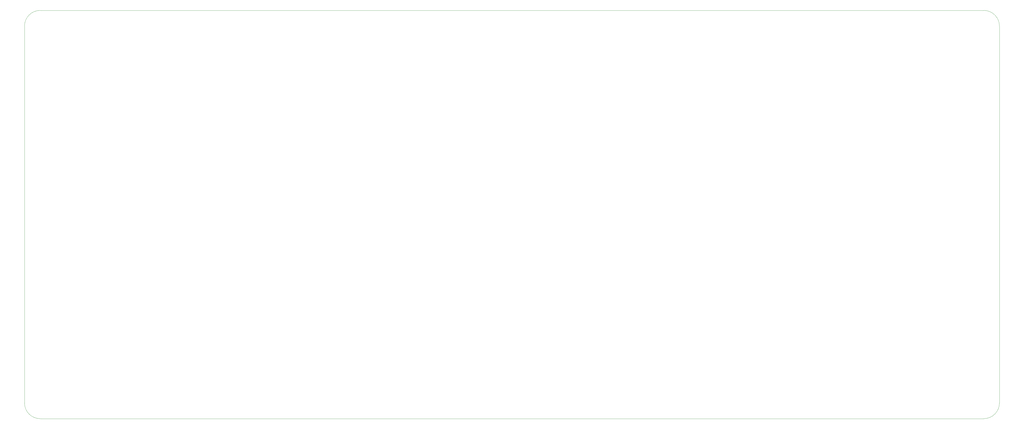
<source format=gbr>
%TF.GenerationSoftware,KiCad,Pcbnew,7.0.7*%
%TF.CreationDate,2024-11-29T17:58:44-06:00*%
%TF.ProjectId,updated_LOAF,75706461-7465-4645-9f4c-4f41462e6b69,rev?*%
%TF.SameCoordinates,PX2faf080PYee6b280*%
%TF.FileFunction,Profile,NP*%
%FSLAX46Y46*%
G04 Gerber Fmt 4.6, Leading zero omitted, Abs format (unit mm)*
G04 Created by KiCad (PCBNEW 7.0.7) date 2024-11-29 17:58:44*
%MOMM*%
%LPD*%
G01*
G04 APERTURE LIST*
%TA.AperFunction,Profile*%
%ADD10C,0.100000*%
%TD*%
G04 APERTURE END LIST*
D10*
X356400000Y40450000D02*
X356400000Y192850000D01*
X350050000Y199200000D02*
X-30950000Y199200000D01*
X-37300000Y40450000D02*
G75*
G03*
X-30950000Y34100000I6350000J0D01*
G01*
X-37300000Y192850000D02*
X-37300000Y40450000D01*
X350050000Y34100000D02*
G75*
G03*
X356400000Y40450000I0J6350000D01*
G01*
X-30950000Y34100000D02*
X350050000Y34100000D01*
X-30950000Y199200000D02*
G75*
G03*
X-37300000Y192850000I0J-6350000D01*
G01*
X356400000Y192850000D02*
G75*
G03*
X350050000Y199200000I-6350000J0D01*
G01*
M02*

</source>
